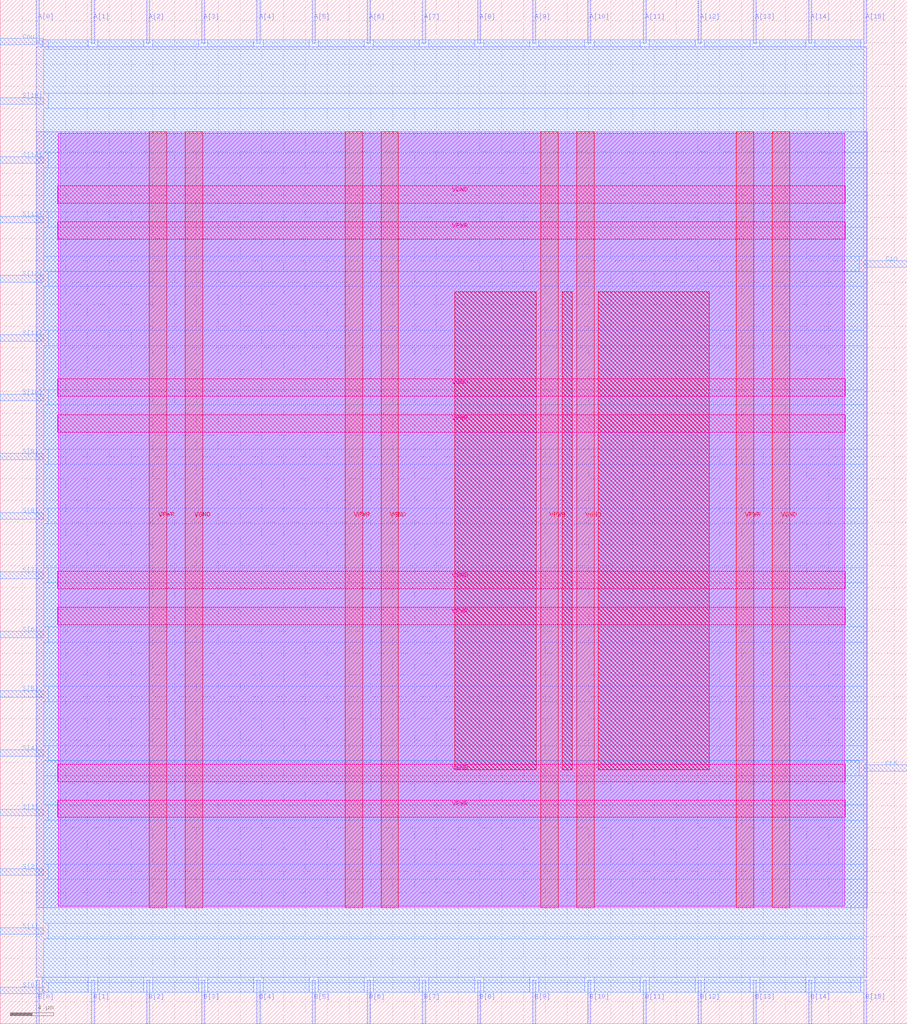
<source format=lef>
VERSION 5.7 ;
  NOWIREEXTENSIONATPIN ON ;
  DIVIDERCHAR "/" ;
  BUSBITCHARS "[]" ;
MACRO ksa
  CLASS BLOCK ;
  FOREIGN ksa ;
  ORIGIN 0.000 0.000 ;
  SIZE 83.200 BY 93.920 ;
  PIN A[0]
    DIRECTION INPUT ;
    USE SIGNAL ;
    ANTENNAGATEAREA 0.196500 ;
    PORT
      LAYER met2 ;
        RECT 3.310 89.920 3.590 93.920 ;
    END
  END A[0]
  PIN A[10]
    DIRECTION INPUT ;
    USE SIGNAL ;
    ANTENNAGATEAREA 0.196500 ;
    PORT
      LAYER met2 ;
        RECT 53.910 89.920 54.190 93.920 ;
    END
  END A[10]
  PIN A[11]
    DIRECTION INPUT ;
    USE SIGNAL ;
    ANTENNAGATEAREA 0.196500 ;
    PORT
      LAYER met2 ;
        RECT 58.970 89.920 59.250 93.920 ;
    END
  END A[11]
  PIN A[12]
    DIRECTION INPUT ;
    USE SIGNAL ;
    ANTENNAGATEAREA 0.196500 ;
    PORT
      LAYER met2 ;
        RECT 64.030 89.920 64.310 93.920 ;
    END
  END A[12]
  PIN A[13]
    DIRECTION INPUT ;
    USE SIGNAL ;
    ANTENNAGATEAREA 0.196500 ;
    PORT
      LAYER met2 ;
        RECT 69.090 89.920 69.370 93.920 ;
    END
  END A[13]
  PIN A[14]
    DIRECTION INPUT ;
    USE SIGNAL ;
    ANTENNAGATEAREA 0.196500 ;
    PORT
      LAYER met2 ;
        RECT 74.150 89.920 74.430 93.920 ;
    END
  END A[14]
  PIN A[15]
    DIRECTION INPUT ;
    USE SIGNAL ;
    ANTENNAGATEAREA 0.196500 ;
    PORT
      LAYER met2 ;
        RECT 79.210 89.920 79.490 93.920 ;
    END
  END A[15]
  PIN A[1]
    DIRECTION INPUT ;
    USE SIGNAL ;
    ANTENNAGATEAREA 0.196500 ;
    PORT
      LAYER met2 ;
        RECT 8.370 89.920 8.650 93.920 ;
    END
  END A[1]
  PIN A[2]
    DIRECTION INPUT ;
    USE SIGNAL ;
    ANTENNAGATEAREA 0.196500 ;
    PORT
      LAYER met2 ;
        RECT 13.430 89.920 13.710 93.920 ;
    END
  END A[2]
  PIN A[3]
    DIRECTION INPUT ;
    USE SIGNAL ;
    ANTENNAGATEAREA 0.196500 ;
    PORT
      LAYER met2 ;
        RECT 18.490 89.920 18.770 93.920 ;
    END
  END A[3]
  PIN A[4]
    DIRECTION INPUT ;
    USE SIGNAL ;
    ANTENNAGATEAREA 0.196500 ;
    PORT
      LAYER met2 ;
        RECT 23.550 89.920 23.830 93.920 ;
    END
  END A[4]
  PIN A[5]
    DIRECTION INPUT ;
    USE SIGNAL ;
    ANTENNAGATEAREA 0.196500 ;
    PORT
      LAYER met2 ;
        RECT 28.610 89.920 28.890 93.920 ;
    END
  END A[5]
  PIN A[6]
    DIRECTION INPUT ;
    USE SIGNAL ;
    ANTENNAGATEAREA 0.196500 ;
    PORT
      LAYER met2 ;
        RECT 33.670 89.920 33.950 93.920 ;
    END
  END A[6]
  PIN A[7]
    DIRECTION INPUT ;
    USE SIGNAL ;
    ANTENNAGATEAREA 0.196500 ;
    PORT
      LAYER met2 ;
        RECT 38.730 89.920 39.010 93.920 ;
    END
  END A[7]
  PIN A[8]
    DIRECTION INPUT ;
    USE SIGNAL ;
    ANTENNAGATEAREA 0.196500 ;
    PORT
      LAYER met2 ;
        RECT 43.790 89.920 44.070 93.920 ;
    END
  END A[8]
  PIN A[9]
    DIRECTION INPUT ;
    USE SIGNAL ;
    ANTENNAGATEAREA 0.196500 ;
    PORT
      LAYER met2 ;
        RECT 48.850 89.920 49.130 93.920 ;
    END
  END A[9]
  PIN B[0]
    DIRECTION INPUT ;
    USE SIGNAL ;
    ANTENNAGATEAREA 0.196500 ;
    PORT
      LAYER met2 ;
        RECT 3.310 0.000 3.590 4.000 ;
    END
  END B[0]
  PIN B[10]
    DIRECTION INPUT ;
    USE SIGNAL ;
    ANTENNAGATEAREA 0.196500 ;
    PORT
      LAYER met2 ;
        RECT 53.910 0.000 54.190 4.000 ;
    END
  END B[10]
  PIN B[11]
    DIRECTION INPUT ;
    USE SIGNAL ;
    ANTENNAGATEAREA 0.196500 ;
    PORT
      LAYER met2 ;
        RECT 58.970 0.000 59.250 4.000 ;
    END
  END B[11]
  PIN B[12]
    DIRECTION INPUT ;
    USE SIGNAL ;
    ANTENNAGATEAREA 0.196500 ;
    PORT
      LAYER met2 ;
        RECT 64.030 0.000 64.310 4.000 ;
    END
  END B[12]
  PIN B[13]
    DIRECTION INPUT ;
    USE SIGNAL ;
    ANTENNAGATEAREA 0.196500 ;
    PORT
      LAYER met2 ;
        RECT 69.090 0.000 69.370 4.000 ;
    END
  END B[13]
  PIN B[14]
    DIRECTION INPUT ;
    USE SIGNAL ;
    ANTENNAGATEAREA 0.196500 ;
    PORT
      LAYER met2 ;
        RECT 74.150 0.000 74.430 4.000 ;
    END
  END B[14]
  PIN B[15]
    DIRECTION INPUT ;
    USE SIGNAL ;
    ANTENNAGATEAREA 0.196500 ;
    PORT
      LAYER met2 ;
        RECT 79.210 0.000 79.490 4.000 ;
    END
  END B[15]
  PIN B[1]
    DIRECTION INPUT ;
    USE SIGNAL ;
    ANTENNAGATEAREA 0.196500 ;
    PORT
      LAYER met2 ;
        RECT 8.370 0.000 8.650 4.000 ;
    END
  END B[1]
  PIN B[2]
    DIRECTION INPUT ;
    USE SIGNAL ;
    ANTENNAGATEAREA 0.196500 ;
    PORT
      LAYER met2 ;
        RECT 13.430 0.000 13.710 4.000 ;
    END
  END B[2]
  PIN B[3]
    DIRECTION INPUT ;
    USE SIGNAL ;
    ANTENNAGATEAREA 0.196500 ;
    PORT
      LAYER met2 ;
        RECT 18.490 0.000 18.770 4.000 ;
    END
  END B[3]
  PIN B[4]
    DIRECTION INPUT ;
    USE SIGNAL ;
    ANTENNAGATEAREA 0.196500 ;
    PORT
      LAYER met2 ;
        RECT 23.550 0.000 23.830 4.000 ;
    END
  END B[4]
  PIN B[5]
    DIRECTION INPUT ;
    USE SIGNAL ;
    ANTENNAGATEAREA 0.196500 ;
    PORT
      LAYER met2 ;
        RECT 28.610 0.000 28.890 4.000 ;
    END
  END B[5]
  PIN B[6]
    DIRECTION INPUT ;
    USE SIGNAL ;
    ANTENNAGATEAREA 0.196500 ;
    PORT
      LAYER met2 ;
        RECT 33.670 0.000 33.950 4.000 ;
    END
  END B[6]
  PIN B[7]
    DIRECTION INPUT ;
    USE SIGNAL ;
    ANTENNAGATEAREA 0.196500 ;
    PORT
      LAYER met2 ;
        RECT 38.730 0.000 39.010 4.000 ;
    END
  END B[7]
  PIN B[8]
    DIRECTION INPUT ;
    USE SIGNAL ;
    ANTENNAGATEAREA 0.196500 ;
    PORT
      LAYER met2 ;
        RECT 43.790 0.000 44.070 4.000 ;
    END
  END B[8]
  PIN B[9]
    DIRECTION INPUT ;
    USE SIGNAL ;
    ANTENNAGATEAREA 0.196500 ;
    PORT
      LAYER met2 ;
        RECT 48.850 0.000 49.130 4.000 ;
    END
  END B[9]
  PIN CLK
    DIRECTION INPUT ;
    USE SIGNAL ;
    ANTENNAGATEAREA 0.852000 ;
    PORT
      LAYER met3 ;
        RECT 79.200 23.160 83.200 23.760 ;
    END
  END CLK
  PIN Cin
    DIRECTION INPUT ;
    USE SIGNAL ;
    ANTENNAGATEAREA 0.196500 ;
    PORT
      LAYER met3 ;
        RECT 79.200 69.400 83.200 70.000 ;
    END
  END Cin
  PIN Cout
    DIRECTION OUTPUT ;
    USE SIGNAL ;
    ANTENNADIFFAREA 0.340600 ;
    PORT
      LAYER met3 ;
        RECT 0.000 89.800 4.000 90.400 ;
    END
  END Cout
  PIN S[0]
    DIRECTION OUTPUT ;
    USE SIGNAL ;
    ANTENNADIFFAREA 0.340600 ;
    PORT
      LAYER met3 ;
        RECT 0.000 2.760 4.000 3.360 ;
    END
  END S[0]
  PIN S[10]
    DIRECTION OUTPUT ;
    USE SIGNAL ;
    ANTENNADIFFAREA 0.340600 ;
    PORT
      LAYER met3 ;
        RECT 0.000 57.160 4.000 57.760 ;
    END
  END S[10]
  PIN S[11]
    DIRECTION OUTPUT ;
    USE SIGNAL ;
    ANTENNADIFFAREA 0.340600 ;
    PORT
      LAYER met3 ;
        RECT 0.000 62.600 4.000 63.200 ;
    END
  END S[11]
  PIN S[12]
    DIRECTION OUTPUT ;
    USE SIGNAL ;
    ANTENNADIFFAREA 0.340600 ;
    PORT
      LAYER met3 ;
        RECT 0.000 68.040 4.000 68.640 ;
    END
  END S[12]
  PIN S[13]
    DIRECTION OUTPUT ;
    USE SIGNAL ;
    ANTENNADIFFAREA 0.340600 ;
    PORT
      LAYER met3 ;
        RECT 0.000 73.480 4.000 74.080 ;
    END
  END S[13]
  PIN S[14]
    DIRECTION OUTPUT ;
    USE SIGNAL ;
    ANTENNADIFFAREA 0.340600 ;
    PORT
      LAYER met3 ;
        RECT 0.000 78.920 4.000 79.520 ;
    END
  END S[14]
  PIN S[15]
    DIRECTION OUTPUT ;
    USE SIGNAL ;
    ANTENNADIFFAREA 0.340600 ;
    PORT
      LAYER met3 ;
        RECT 0.000 84.360 4.000 84.960 ;
    END
  END S[15]
  PIN S[1]
    DIRECTION OUTPUT ;
    USE SIGNAL ;
    ANTENNADIFFAREA 0.340600 ;
    PORT
      LAYER met3 ;
        RECT 0.000 8.200 4.000 8.800 ;
    END
  END S[1]
  PIN S[2]
    DIRECTION OUTPUT ;
    USE SIGNAL ;
    ANTENNADIFFAREA 0.340600 ;
    PORT
      LAYER met3 ;
        RECT 0.000 13.640 4.000 14.240 ;
    END
  END S[2]
  PIN S[3]
    DIRECTION OUTPUT ;
    USE SIGNAL ;
    ANTENNADIFFAREA 0.340600 ;
    PORT
      LAYER met3 ;
        RECT 0.000 19.080 4.000 19.680 ;
    END
  END S[3]
  PIN S[4]
    DIRECTION OUTPUT ;
    USE SIGNAL ;
    ANTENNADIFFAREA 0.340600 ;
    PORT
      LAYER met3 ;
        RECT 0.000 24.520 4.000 25.120 ;
    END
  END S[4]
  PIN S[5]
    DIRECTION OUTPUT ;
    USE SIGNAL ;
    ANTENNADIFFAREA 0.340600 ;
    PORT
      LAYER met3 ;
        RECT 0.000 29.960 4.000 30.560 ;
    END
  END S[5]
  PIN S[6]
    DIRECTION OUTPUT ;
    USE SIGNAL ;
    ANTENNADIFFAREA 0.340600 ;
    PORT
      LAYER met3 ;
        RECT 0.000 35.400 4.000 36.000 ;
    END
  END S[6]
  PIN S[7]
    DIRECTION OUTPUT ;
    USE SIGNAL ;
    ANTENNADIFFAREA 0.340600 ;
    PORT
      LAYER met3 ;
        RECT 0.000 40.840 4.000 41.440 ;
    END
  END S[7]
  PIN S[8]
    DIRECTION OUTPUT ;
    USE SIGNAL ;
    ANTENNADIFFAREA 0.340600 ;
    PORT
      LAYER met3 ;
        RECT 0.000 46.280 4.000 46.880 ;
    END
  END S[8]
  PIN S[9]
    DIRECTION OUTPUT ;
    USE SIGNAL ;
    ANTENNADIFFAREA 0.340600 ;
    PORT
      LAYER met3 ;
        RECT 0.000 51.720 4.000 52.320 ;
    END
  END S[9]
  PIN VGND
    DIRECTION INOUT ;
    USE GROUND ;
    PORT
      LAYER met4 ;
        RECT 16.990 10.640 18.590 81.840 ;
    END
    PORT
      LAYER met4 ;
        RECT 34.930 10.640 36.530 81.840 ;
    END
    PORT
      LAYER met4 ;
        RECT 52.870 10.640 54.470 81.840 ;
    END
    PORT
      LAYER met4 ;
        RECT 70.810 10.640 72.410 81.840 ;
    END
    PORT
      LAYER met5 ;
        RECT 5.280 22.220 77.520 23.820 ;
    END
    PORT
      LAYER met5 ;
        RECT 5.280 39.900 77.520 41.500 ;
    END
    PORT
      LAYER met5 ;
        RECT 5.280 57.580 77.520 59.180 ;
    END
    PORT
      LAYER met5 ;
        RECT 5.280 75.260 77.520 76.860 ;
    END
  END VGND
  PIN VPWR
    DIRECTION INOUT ;
    USE POWER ;
    PORT
      LAYER met4 ;
        RECT 13.690 10.640 15.290 81.840 ;
    END
    PORT
      LAYER met4 ;
        RECT 31.630 10.640 33.230 81.840 ;
    END
    PORT
      LAYER met4 ;
        RECT 49.570 10.640 51.170 81.840 ;
    END
    PORT
      LAYER met4 ;
        RECT 67.510 10.640 69.110 81.840 ;
    END
    PORT
      LAYER met5 ;
        RECT 5.280 18.920 77.520 20.520 ;
    END
    PORT
      LAYER met5 ;
        RECT 5.280 36.600 77.520 38.200 ;
    END
    PORT
      LAYER met5 ;
        RECT 5.280 54.280 77.520 55.880 ;
    END
    PORT
      LAYER met5 ;
        RECT 5.280 71.960 77.520 73.560 ;
    END
  END VPWR
  OBS
      LAYER nwell ;
        RECT 5.330 10.795 77.470 81.685 ;
      LAYER li1 ;
        RECT 5.520 10.795 77.280 81.685 ;
      LAYER met1 ;
        RECT 3.290 10.640 79.510 81.840 ;
      LAYER met2 ;
        RECT 3.870 89.640 8.090 90.285 ;
        RECT 8.930 89.640 13.150 90.285 ;
        RECT 13.990 89.640 18.210 90.285 ;
        RECT 19.050 89.640 23.270 90.285 ;
        RECT 24.110 89.640 28.330 90.285 ;
        RECT 29.170 89.640 33.390 90.285 ;
        RECT 34.230 89.640 38.450 90.285 ;
        RECT 39.290 89.640 43.510 90.285 ;
        RECT 44.350 89.640 48.570 90.285 ;
        RECT 49.410 89.640 53.630 90.285 ;
        RECT 54.470 89.640 58.690 90.285 ;
        RECT 59.530 89.640 63.750 90.285 ;
        RECT 64.590 89.640 68.810 90.285 ;
        RECT 69.650 89.640 73.870 90.285 ;
        RECT 74.710 89.640 78.930 90.285 ;
        RECT 3.320 4.280 79.480 89.640 ;
        RECT 3.870 2.875 8.090 4.280 ;
        RECT 8.930 2.875 13.150 4.280 ;
        RECT 13.990 2.875 18.210 4.280 ;
        RECT 19.050 2.875 23.270 4.280 ;
        RECT 24.110 2.875 28.330 4.280 ;
        RECT 29.170 2.875 33.390 4.280 ;
        RECT 34.230 2.875 38.450 4.280 ;
        RECT 39.290 2.875 43.510 4.280 ;
        RECT 44.350 2.875 48.570 4.280 ;
        RECT 49.410 2.875 53.630 4.280 ;
        RECT 54.470 2.875 58.690 4.280 ;
        RECT 59.530 2.875 63.750 4.280 ;
        RECT 64.590 2.875 68.810 4.280 ;
        RECT 69.650 2.875 73.870 4.280 ;
        RECT 74.710 2.875 78.930 4.280 ;
      LAYER met3 ;
        RECT 4.400 89.400 79.200 90.265 ;
        RECT 3.990 85.360 79.200 89.400 ;
        RECT 4.400 83.960 79.200 85.360 ;
        RECT 3.990 79.920 79.200 83.960 ;
        RECT 4.400 78.520 79.200 79.920 ;
        RECT 3.990 74.480 79.200 78.520 ;
        RECT 4.400 73.080 79.200 74.480 ;
        RECT 3.990 70.400 79.200 73.080 ;
        RECT 3.990 69.040 78.800 70.400 ;
        RECT 4.400 69.000 78.800 69.040 ;
        RECT 4.400 67.640 79.200 69.000 ;
        RECT 3.990 63.600 79.200 67.640 ;
        RECT 4.400 62.200 79.200 63.600 ;
        RECT 3.990 58.160 79.200 62.200 ;
        RECT 4.400 56.760 79.200 58.160 ;
        RECT 3.990 52.720 79.200 56.760 ;
        RECT 4.400 51.320 79.200 52.720 ;
        RECT 3.990 47.280 79.200 51.320 ;
        RECT 4.400 45.880 79.200 47.280 ;
        RECT 3.990 41.840 79.200 45.880 ;
        RECT 4.400 40.440 79.200 41.840 ;
        RECT 3.990 36.400 79.200 40.440 ;
        RECT 4.400 35.000 79.200 36.400 ;
        RECT 3.990 30.960 79.200 35.000 ;
        RECT 4.400 29.560 79.200 30.960 ;
        RECT 3.990 25.520 79.200 29.560 ;
        RECT 4.400 24.160 79.200 25.520 ;
        RECT 4.400 24.120 78.800 24.160 ;
        RECT 3.990 22.760 78.800 24.120 ;
        RECT 3.990 20.080 79.200 22.760 ;
        RECT 4.400 18.680 79.200 20.080 ;
        RECT 3.990 14.640 79.200 18.680 ;
        RECT 4.400 13.240 79.200 14.640 ;
        RECT 3.990 9.200 79.200 13.240 ;
        RECT 4.400 7.800 79.200 9.200 ;
        RECT 3.990 3.760 79.200 7.800 ;
        RECT 4.400 2.895 79.200 3.760 ;
      LAYER met4 ;
        RECT 41.695 23.295 49.170 67.145 ;
        RECT 51.570 23.295 52.470 67.145 ;
        RECT 54.870 23.295 65.025 67.145 ;
  END
END ksa
END LIBRARY


</source>
